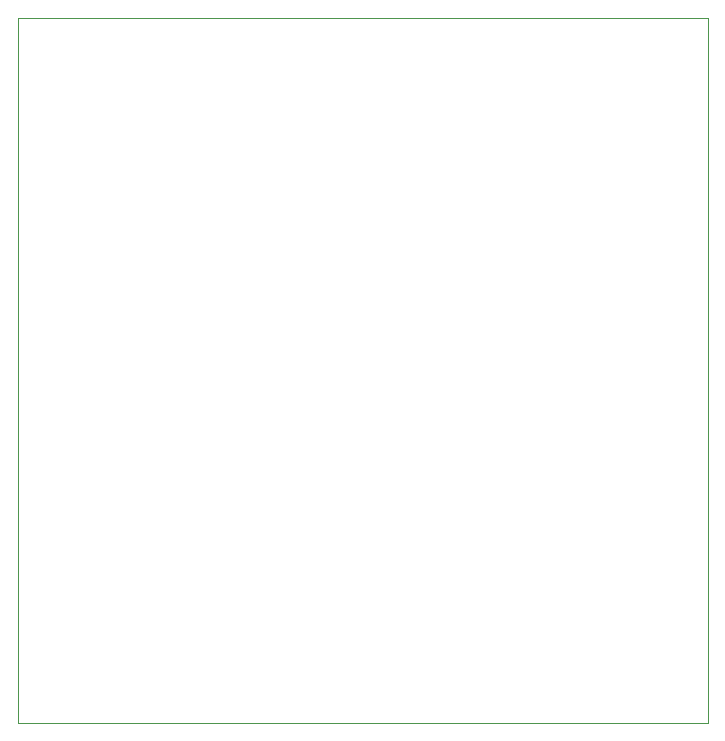
<source format=gm1>
G04 #@! TF.GenerationSoftware,KiCad,Pcbnew,(5.1.2)-2*
G04 #@! TF.CreationDate,2019-10-01T15:18:02-10:00*
G04 #@! TF.ProjectId,bootloader_atmega328,626f6f74-6c6f-4616-9465-725f61746d65,rev?*
G04 #@! TF.SameCoordinates,Original*
G04 #@! TF.FileFunction,Profile,NP*
%FSLAX46Y46*%
G04 Gerber Fmt 4.6, Leading zero omitted, Abs format (unit mm)*
G04 Created by KiCad (PCBNEW (5.1.2)-2) date 2019-10-01 15:18:02*
%MOMM*%
%LPD*%
G04 APERTURE LIST*
%ADD10C,0.050000*%
G04 APERTURE END LIST*
D10*
X85090000Y-60960000D02*
X85090000Y-64770000D01*
X143510000Y-60960000D02*
X85090000Y-60960000D01*
X143510000Y-120650000D02*
X143510000Y-60960000D01*
X85090000Y-120650000D02*
X143510000Y-120650000D01*
X85090000Y-64770000D02*
X85090000Y-120650000D01*
M02*

</source>
